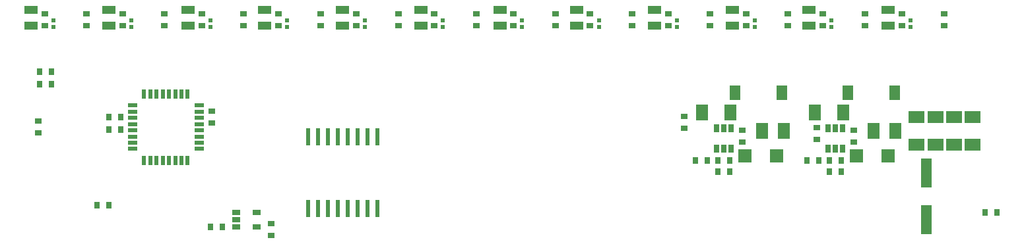
<source format=gbp>
G75*
%MOIN*%
%OFA0B0*%
%FSLAX24Y24*%
%IPPOS*%
%LPD*%
%AMOC8*
5,1,8,0,0,1.08239X$1,22.5*
%
%ADD10R,0.0276X0.0354*%
%ADD11R,0.0500X0.0220*%
%ADD12R,0.0220X0.0500*%
%ADD13R,0.0354X0.0276*%
%ADD14R,0.0200X0.0200*%
%ADD15R,0.0669X0.0394*%
%ADD16R,0.0272X0.0394*%
%ADD17R,0.0551X0.0748*%
%ADD18R,0.0709X0.0669*%
%ADD19R,0.0591X0.0827*%
%ADD20R,0.0630X0.0827*%
%ADD21R,0.0827X0.0591*%
%ADD22R,0.0551X0.1496*%
%ADD23R,0.0390X0.0272*%
%ADD24R,0.0236X0.0866*%
D10*
X015810Y017930D03*
X016410Y017930D03*
X010660Y019055D03*
X010060Y019055D03*
X010685Y022868D03*
X011285Y022868D03*
X011285Y023493D03*
X010685Y023493D03*
X007785Y025180D03*
X007185Y025180D03*
X007185Y025805D03*
X007785Y025805D03*
X040310Y021305D03*
X040910Y021305D03*
X041435Y021305D03*
X042035Y021305D03*
X042035Y020743D03*
X041435Y020743D03*
X045935Y021305D03*
X046535Y021305D03*
X047060Y021305D03*
X047660Y021305D03*
X047660Y020743D03*
X047060Y020743D03*
X054935Y018680D03*
X055535Y018680D03*
D11*
X015237Y021890D03*
X015237Y022205D03*
X015237Y022520D03*
X015237Y022835D03*
X015237Y023150D03*
X015237Y023465D03*
X015237Y023780D03*
X015237Y024095D03*
X011857Y024095D03*
X011857Y023780D03*
X011857Y023465D03*
X011857Y023150D03*
X011857Y022835D03*
X011857Y022520D03*
X011857Y022205D03*
X011857Y021890D03*
D12*
X012445Y021303D03*
X012760Y021303D03*
X013075Y021303D03*
X013390Y021303D03*
X013705Y021303D03*
X014020Y021303D03*
X014335Y021303D03*
X014650Y021303D03*
X014650Y024683D03*
X014335Y024683D03*
X014020Y024683D03*
X013705Y024683D03*
X013390Y024683D03*
X013075Y024683D03*
X012760Y024683D03*
X012445Y024683D03*
D13*
X018860Y017505D03*
X018860Y018105D03*
X015860Y023193D03*
X015860Y023793D03*
X007110Y023293D03*
X007110Y022693D03*
X007422Y028130D03*
X007422Y028730D03*
X009547Y028730D03*
X009547Y028130D03*
X011360Y028130D03*
X011360Y028730D03*
X013485Y028730D03*
X013485Y028130D03*
X015360Y028130D03*
X015360Y028730D03*
X017485Y028730D03*
X017485Y028130D03*
X019235Y028130D03*
X019235Y028730D03*
X021360Y028730D03*
X021360Y028130D03*
X023172Y028130D03*
X023172Y028730D03*
X025297Y028730D03*
X025297Y028130D03*
X027110Y028130D03*
X027110Y028730D03*
X029235Y028730D03*
X029235Y028130D03*
X031110Y028130D03*
X031110Y028730D03*
X033235Y028730D03*
X033235Y028130D03*
X034985Y028130D03*
X034985Y028730D03*
X037110Y028730D03*
X037110Y028130D03*
X038922Y028130D03*
X038922Y028730D03*
X041047Y028730D03*
X041047Y028130D03*
X042860Y028130D03*
X042860Y028730D03*
X044985Y028730D03*
X044985Y028130D03*
X046735Y028130D03*
X046735Y028730D03*
X048860Y028730D03*
X048860Y028130D03*
X050735Y028130D03*
X050735Y028730D03*
X052860Y028730D03*
X052860Y028130D03*
X048297Y022855D03*
X048297Y022255D03*
X046422Y022380D03*
X046422Y022980D03*
X042672Y022855D03*
X042672Y022255D03*
X039735Y022943D03*
X039735Y023543D03*
D14*
X039360Y028073D03*
X039360Y028413D03*
X043297Y028413D03*
X043297Y028073D03*
X047172Y028073D03*
X047172Y028413D03*
X051172Y028413D03*
X051172Y028073D03*
X035422Y028073D03*
X035422Y028413D03*
X031547Y028413D03*
X031547Y028073D03*
X027547Y028073D03*
X027547Y028413D03*
X023610Y028413D03*
X023610Y028073D03*
X019672Y028073D03*
X019672Y028413D03*
X015797Y028413D03*
X015797Y028073D03*
X011797Y028073D03*
X011797Y028413D03*
X007860Y028413D03*
X007860Y028073D03*
D15*
X006735Y028155D03*
X006735Y028955D03*
X010672Y028955D03*
X010672Y028155D03*
X014672Y028155D03*
X014672Y028955D03*
X018547Y028955D03*
X018547Y028155D03*
X022485Y028155D03*
X022485Y028955D03*
X026422Y028955D03*
X026422Y028155D03*
X030422Y028155D03*
X030422Y028955D03*
X034297Y028955D03*
X034297Y028155D03*
X038235Y028155D03*
X038235Y028955D03*
X042172Y028955D03*
X042172Y028155D03*
X046047Y028155D03*
X046047Y028955D03*
X050047Y028955D03*
X050047Y028155D03*
D16*
X047734Y022942D03*
X047360Y022942D03*
X046986Y022942D03*
X046986Y021918D03*
X047360Y021918D03*
X047734Y021918D03*
X042109Y021918D03*
X041735Y021918D03*
X041361Y021918D03*
X041361Y022942D03*
X041735Y022942D03*
X042109Y022942D03*
D17*
X042304Y024743D03*
X044666Y024743D03*
X047991Y024743D03*
X050353Y024743D03*
D18*
X050042Y021555D03*
X048428Y021555D03*
X044417Y021555D03*
X042803Y021555D03*
D19*
X042069Y023743D03*
X040651Y023743D03*
X046339Y023743D03*
X047756Y023743D03*
D20*
X049310Y022805D03*
X050410Y022805D03*
X044785Y022805D03*
X043685Y022805D03*
D21*
X051485Y022096D03*
X052422Y022096D03*
X053360Y022096D03*
X054297Y022096D03*
X054297Y023514D03*
X053360Y023514D03*
X052422Y023514D03*
X051485Y023514D03*
D22*
X051985Y020674D03*
X051985Y018311D03*
D23*
X018122Y018679D03*
X018122Y017931D03*
X017102Y017931D03*
X017102Y018305D03*
X017102Y018679D03*
D24*
X020735Y018869D03*
X021235Y018869D03*
X021735Y018869D03*
X022235Y018869D03*
X022735Y018869D03*
X023235Y018869D03*
X023735Y018869D03*
X024235Y018869D03*
X024235Y022491D03*
X023735Y022491D03*
X023235Y022491D03*
X022735Y022491D03*
X022235Y022491D03*
X021735Y022491D03*
X021235Y022491D03*
X020735Y022491D03*
M02*

</source>
